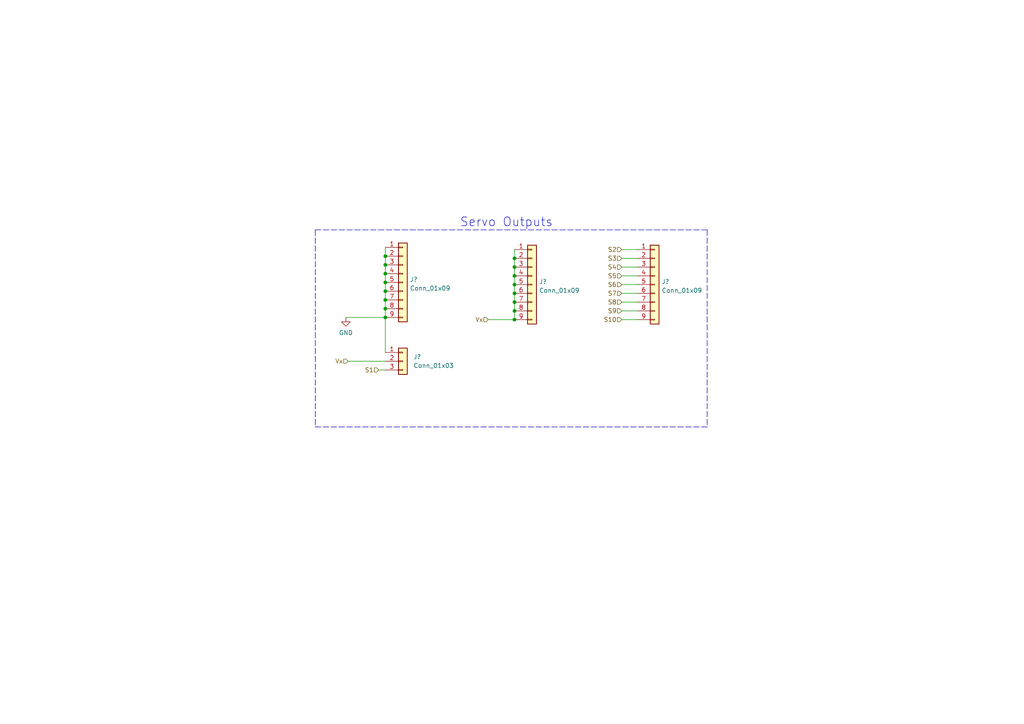
<source format=kicad_sch>
(kicad_sch (version 20211123) (generator eeschema)
  (paper "A4")
  (lib_symbols
    (symbol "Connector_Generic:Conn_01x03" (pin_names (offset 1.016) hide)
      (property "Reference" "J" (at 0 5.08 0))
      (property "Value" "Conn_01x03" (at 0 -5.08 0))
      (symbol "Conn_01x03_1_1"
        (rectangle (start -1.27 -2.413) (end 0 -2.667) (stroke (width 0.1524)))
        (rectangle (start -1.27 0.127) (end 0 -0.127) (stroke (width 0.1524)))
        (rectangle (start -1.27 2.667) (end 0 2.413) (stroke (width 0.1524)))
        (rectangle (start -1.27 3.81) (end 1.27 -3.81) (stroke (width 0.254)) (fill (type background)))
        (pin passive line (at -5.08 2.54 0) (length 3.81) (name "Pin_1") (number "1"))
        (pin passive line (at -5.08 0 0) (length 3.81) (name "Pin_2") (number "2"))
        (pin passive line (at -5.08 -2.54 0) (length 3.81) (name "Pin_3") (number "3"))
      )
    )
    (symbol "Connector_Generic:Conn_01x09" (pin_names (offset 1.016) hide)
      (property "Reference" "J" (at 0 12.7 0))
      (property "Value" "Conn_01x09" (at 0 -12.7 0))
      (symbol "Conn_01x09_1_1"
        (rectangle (start -1.27 -10.033) (end 0 -10.287) (stroke (width 0.1524)))
        (rectangle (start -1.27 -7.493) (end 0 -7.747) (stroke (width 0.1524)))
        (rectangle (start -1.27 -4.953) (end 0 -5.207) (stroke (width 0.1524)))
        (rectangle (start -1.27 -2.413) (end 0 -2.667) (stroke (width 0.1524)))
        (rectangle (start -1.27 0.127) (end 0 -0.127) (stroke (width 0.1524)))
        (rectangle (start -1.27 2.667) (end 0 2.413) (stroke (width 0.1524)))
        (rectangle (start -1.27 5.207) (end 0 4.953) (stroke (width 0.1524)))
        (rectangle (start -1.27 7.747) (end 0 7.493) (stroke (width 0.1524)))
        (rectangle (start -1.27 10.287) (end 0 10.033) (stroke (width 0.1524)))
        (rectangle (start -1.27 11.43) (end 1.27 -11.43) (stroke (width 0.254)) (fill (type background)))
        (pin passive line (at -5.08 10.16 0) (length 3.81) (name "Pin_1") (number "1"))
        (pin passive line (at -5.08 7.62 0) (length 3.81) (name "Pin_2") (number "2"))
        (pin passive line (at -5.08 5.08 0) (length 3.81) (name "Pin_3") (number "3"))
        (pin passive line (at -5.08 2.54 0) (length 3.81) (name "Pin_4") (number "4"))
        (pin passive line (at -5.08 0 0) (length 3.81) (name "Pin_5") (number "5"))
        (pin passive line (at -5.08 -2.54 0) (length 3.81) (name "Pin_6") (number "6"))
        (pin passive line (at -5.08 -5.08 0) (length 3.81) (name "Pin_7") (number "7"))
        (pin passive line (at -5.08 -7.62 0) (length 3.81) (name "Pin_8") (number "8"))
        (pin passive line (at -5.08 -10.16 0) (length 3.81) (name "Pin_9") (number "9"))
      )
    )
    (symbol "power:GND" (power) (pin_names (offset 0))
      (property "Value" "GND" (at 0 -3.81 0))
      (symbol "GND_0_1"
        (polyline (pts (xy 0 0) (xy 0 -1.27) (xy 1.27 -1.27) (xy 0 -2.54) (xy -1.27 -1.27) (xy 0 -1.27)))
      )
      (symbol "GND_1_1"
        (pin power_in line (at 0 0 270) (length 0) hide (name "GND") (number "1"))
      )
    )
  )
  (junction (at 111.76 89.535))
  (junction (at 149.225 92.71))
  (junction (at 111.76 76.835))
  (junction (at 111.76 86.995))
  (junction (at 149.225 74.93))
  (junction (at 149.225 80.01))
  (junction (at 111.76 79.375))
  (junction (at 111.76 92.075))
  (junction (at 111.76 74.295))
  (junction (at 149.225 90.17))
  (junction (at 149.225 87.63))
  (junction (at 111.76 84.455))
  (junction (at 149.225 82.55))
  (junction (at 149.225 85.09))
  (junction (at 149.225 77.47))
  (junction (at 111.76 81.915))
  (wire (pts (xy 180.34 72.39) (xy 184.785 72.39)))
  (wire (pts (xy 111.76 76.835) (xy 111.76 79.375)))
  (wire (pts (xy 180.34 90.17) (xy 184.785 90.17)))
  (wire (pts (xy 100.33 92.075) (xy 111.76 92.075)))
  (wire (pts (xy 111.76 71.755) (xy 111.76 74.295)))
  (wire (pts (xy 141.605 92.71) (xy 149.225 92.71)))
  (wire (pts (xy 149.225 77.47) (xy 149.225 80.01)))
  (polyline (pts (xy 205.105 66.675) (xy 205.105 123.825)))
  (wire (pts (xy 149.225 82.55) (xy 149.225 85.09)))
  (wire (pts (xy 149.225 85.09) (xy 149.225 87.63)))
  (wire (pts (xy 180.34 82.55) (xy 184.785 82.55)))
  (wire (pts (xy 111.76 89.535) (xy 111.76 92.075)))
  (polyline (pts (xy 91.44 66.675) (xy 91.44 123.825)))
  (wire (pts (xy 180.34 80.01) (xy 184.785 80.01)))
  (polyline (pts (xy 91.44 66.675) (xy 205.105 66.675)))
  (wire (pts (xy 180.34 74.93) (xy 184.785 74.93)))
  (wire (pts (xy 111.76 84.455) (xy 111.76 86.995)))
  (wire (pts (xy 180.34 87.63) (xy 184.785 87.63)))
  (wire (pts (xy 180.34 92.71) (xy 184.785 92.71)))
  (wire (pts (xy 111.76 74.295) (xy 111.76 76.835)))
  (wire (pts (xy 111.76 92.075) (xy 111.76 102.235)))
  (wire (pts (xy 111.76 86.995) (xy 111.76 89.535)))
  (wire (pts (xy 149.225 80.01) (xy 149.225 82.55)))
  (wire (pts (xy 149.225 72.39) (xy 149.225 74.93)))
  (polyline (pts (xy 205.105 123.825) (xy 91.44 123.825)))
  (wire (pts (xy 149.225 87.63) (xy 149.225 90.17)))
  (wire (pts (xy 111.76 81.915) (xy 111.76 84.455)))
  (wire (pts (xy 100.965 104.775) (xy 111.76 104.775)))
  (wire (pts (xy 149.225 74.93) (xy 149.225 77.47)))
  (wire (pts (xy 109.855 107.315) (xy 111.76 107.315)))
  (wire (pts (xy 180.34 77.47) (xy 184.785 77.47)))
  (wire (pts (xy 111.76 79.375) (xy 111.76 81.915)))
  (wire (pts (xy 149.225 90.17) (xy 149.225 92.71)))
  (wire (pts (xy 180.34 85.09) (xy 184.785 85.09)))
  (text "Servo Outputs" (at 133.35 66.04 0) (effects (font (size 2.54 2.54)) (justify left bottom)))
  (hierarchical_label "S6" (shape input) (at 180.34 82.55 180))
  (hierarchical_label "S2" (shape input) (at 180.34 72.39 180))
  (hierarchical_label "S9" (shape input) (at 180.34 90.17 180))
  (hierarchical_label "S10" (shape input) (at 180.34 92.71 180))
  (hierarchical_label "S8" (shape input) (at 180.34 87.63 180))
  (hierarchical_label "S7" (shape input) (at 180.34 85.09 180))
  (hierarchical_label "Vx" (shape input) (at 100.965 104.775 180))
  (hierarchical_label "S4" (shape input) (at 180.34 77.47 180))
  (hierarchical_label "Vx" (shape input) (at 141.605 92.71 180))
  (hierarchical_label "S1" (shape input) (at 109.855 107.315 180))
  (hierarchical_label "S3" (shape input) (at 180.34 74.93 180))
  (hierarchical_label "S5" (shape input) (at 180.34 80.01 180))
  (symbol (lib_id "Connector_Generic:Conn_01x03") (at 116.84 104.775 0) (unit 1)
    (property "Reference" "J?" (at 119.888 103.5049 0) (effects (justify left)))
    (property "Value" "Conn_01x03" (at 119.888 106.0449 0) (effects (justify left)))
    (property "Footprint" "Connector_PinSocket_2.54mm:PinSocket_1x03_P2.54mm_Vertical" (effects hide))
  )
  (symbol (lib_id "Connector_Generic:Conn_01x09") (at 116.84 81.915 0) (unit 1)
    (property "Reference" "J?" (at 118.872 81.0803 0) (effects (justify left)))
    (property "Value" "Conn_01x09" (at 118.872 83.6172 0) (effects (justify left)))
    (property "Footprint" "Connector_PinSocket_2.54mm:PinSocket_1x09_P2.54mm_Vertical" (effects hide))
  )
  (symbol (lib_id "power:GND") (at 100.33 92.075 0) (unit 1)
    (property "Reference" "#PWR?" (effects hide))
    (property "Value" "GND" (at 100.33 96.5184 0))
  )
  (symbol (lib_id "Connector_Generic:Conn_01x09") (at 189.865 82.55 0) (unit 1)
    (property "Reference" "J?" (at 191.897 81.7153 0) (effects (justify left)))
    (property "Value" "Conn_01x09" (at 191.897 84.2522 0) (effects (justify left)))
    (property "Footprint" "Connector_PinSocket_2.54mm:PinSocket_1x09_P2.54mm_Vertical" (effects hide))
  )
  (symbol (lib_id "Connector_Generic:Conn_01x09") (at 154.305 82.55 0) (unit 1)
    (property "Reference" "J?" (at 156.337 81.7153 0) (effects (justify left)))
    (property "Value" "Conn_01x09" (at 156.337 84.2522 0) (effects (justify left)))
    (property "Footprint" "Connector_PinSocket_2.54mm:PinSocket_1x09_P2.54mm_Vertical" (effects hide))
  )
)
</source>
